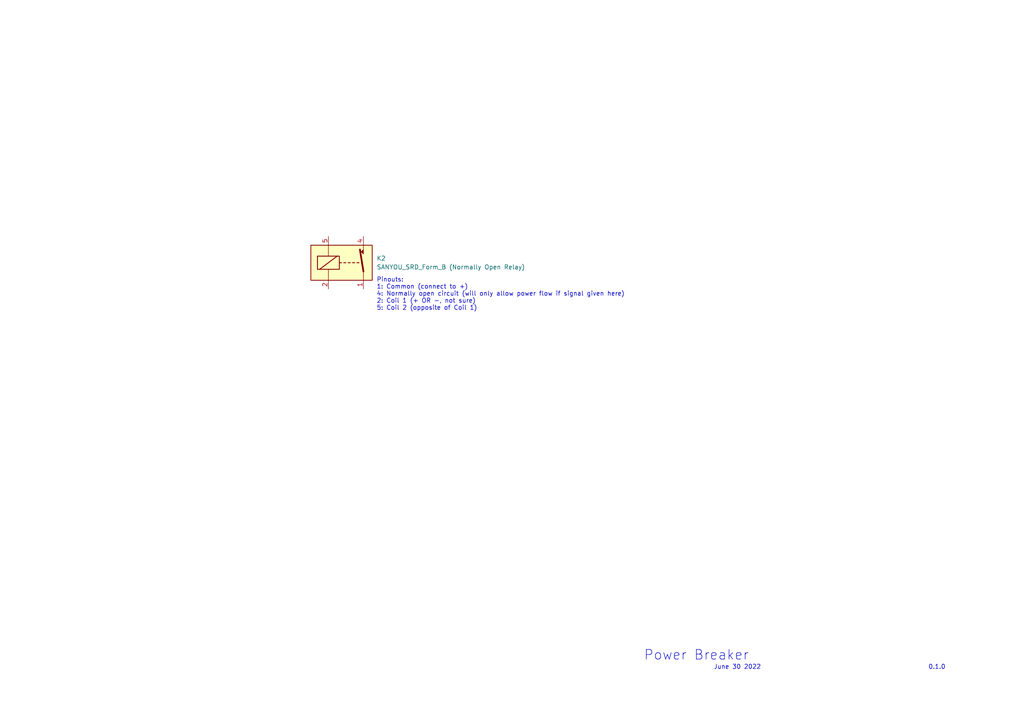
<source format=kicad_sch>
(kicad_sch (version 20211123) (generator eeschema)
  (paper "A4")
  (lib_symbols
    (symbol "Relay:SANYOU_SRD_Form_B"
      (property "Reference" "K" (at 8.89 3.81 0))
      (property "Value" "SANYOU_SRD_Form_B" (at 8.89 1.27 0))
      (symbol "SANYOU_SRD_Form_B_0_1"
        (rectangle (start -10.16 5.08) (end 7.62 -5.08) (stroke (width 0.254)) (fill (type background)))
        (rectangle (start -8.255 1.905) (end -1.905 -1.905) (stroke (width 0.254)))
        (polyline (pts (xy -7.62 -1.905) (xy -2.54 1.905)) (stroke (width 0.254)))
        (polyline (pts (xy -5.08 -5.08) (xy -5.08 -1.905)))
        (polyline (pts (xy -5.08 5.08) (xy -5.08 1.905)))
        (polyline (pts (xy -1.905 0) (xy -1.27 0)) (stroke (width 0.254)))
        (polyline (pts (xy -0.635 0) (xy 0 0)) (stroke (width 0.254)))
        (polyline (pts (xy 0.635 0) (xy 1.27 0)) (stroke (width 0.254)))
        (polyline (pts (xy 1.905 0) (xy 2.54 0)) (stroke (width 0.254)))
        (polyline (pts (xy 3.175 0) (xy 3.81 0)) (stroke (width 0.254)))
        (polyline (pts (xy 5.08 -2.54) (xy 4.064 3.81)) (stroke (width 0.508)))
        (polyline (pts (xy 5.08 -2.54) (xy 5.08 -5.08)))
        (polyline (pts (xy 5.08 3.81) (xy 4.445 3.175) (xy 5.08 2.54) (xy 5.08 5.08)) (fill (type outline)))
      )
      (symbol "SANYOU_SRD_Form_B_1_1"
        (pin passive line (at 5.08 -7.62 90) (length 2.54) (name "~") (number "1"))
        (pin passive line (at -5.08 -7.62 90) (length 2.54) (name "~") (number "2"))
        (pin passive line (at 5.08 7.62 270) (length 2.54) (name "~") (number "4"))
        (pin passive line (at -5.08 7.62 270) (length 2.54) (name "~") (number "5"))
      )
    )
  )
  (text "June 30 2022" (at 207.01 194.31 0) (effects (font (size 1.27 1.27)) (justify left bottom)))
  (text "Power Breaker" (at 186.69 191.77 0) (effects (font (size 2.8 2.8)) (justify left bottom)))
  (text "0.1.0\n" (at 269.24 194.31 0) (effects (font (size 1.27 1.27)) (justify left bottom)))
  (text "Pinouts:\n1: Common (connect to +)\n4: Normally open circuit (will only allow power flow if signal given here)\n2: Coil 1 (+ OR -, not sure)\n5: Coil 2 (opposite of Coil 1)\n" (at 109.22 90.17 0) (effects (font (size 1.27 1.27)) (justify left bottom)))
  (symbol (lib_id "Relay:SANYOU_SRD_Form_B") (at 100.33 76.2 0) (unit 1)
    (property "Reference" "K2" (at 109.22 74.9299 0) (effects (justify left)))
    (property "Value" "SANYOU_SRD_Form_B (Normally Open Relay)" (at 109.22 77.4699 0) (effects (justify left)))
    (property "Footprint" "Relay_THT:Relay_SPST_SANYOU_SRD_Series_Form_B" (effects hide))
    (property "Datasheet" "http://www.sanyourelay.ca/public/products/pdf/SRD.pdf" (effects hide))
  )
)
</source>
